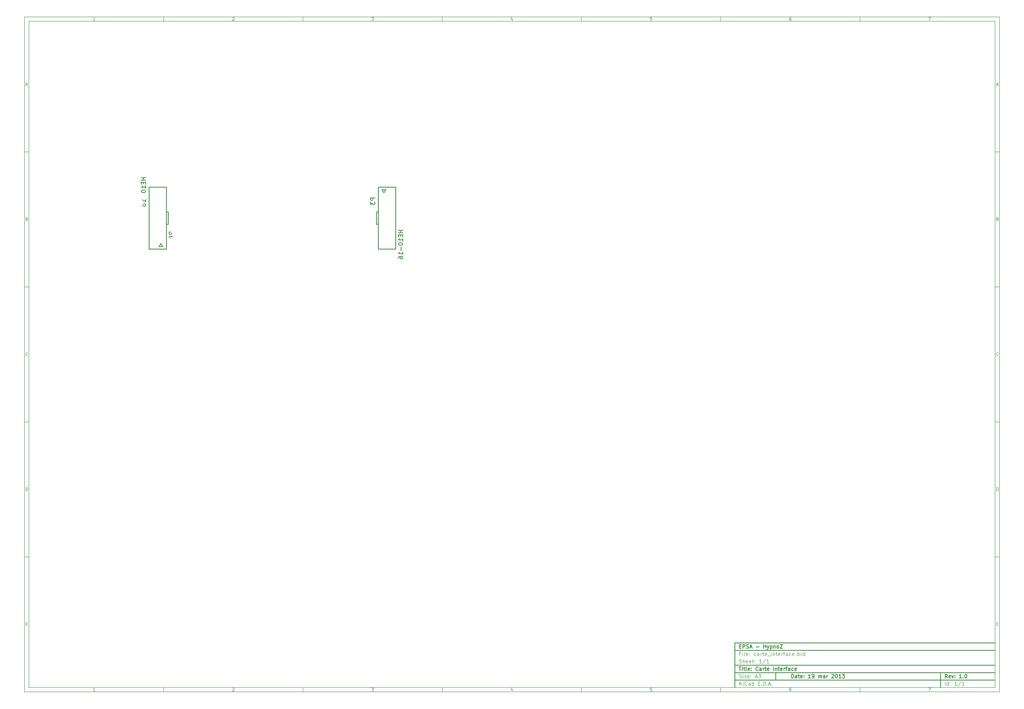
<source format=gbo>
G04 (created by PCBNEW-RS274X (2012-01-19 BZR 3256)-stable) date 19/03/2013 15:18:26*
G01*
G70*
G90*
%MOIN*%
G04 Gerber Fmt 3.4, Leading zero omitted, Abs format*
%FSLAX34Y34*%
G04 APERTURE LIST*
%ADD10C,0.006000*%
%ADD11C,0.012000*%
%ADD12C,0.014000*%
%ADD13C,0.090000*%
%ADD14R,0.090000X0.090000*%
%ADD15R,0.082000X0.110000*%
%ADD16O,0.082000X0.110000*%
%ADD17R,0.110000X0.082000*%
%ADD18O,0.110000X0.082000*%
%ADD19C,0.235000*%
%ADD20R,0.105000X0.105000*%
%ADD21C,0.105000*%
%ADD22R,0.095000X0.095000*%
%ADD23C,0.095000*%
%ADD24R,0.075000X0.075000*%
%ADD25C,0.075000*%
%ADD26C,0.100000*%
%ADD27C,0.270000*%
G04 APERTURE END LIST*
G54D10*
X04000Y-04000D02*
X161350Y-04000D01*
X161350Y-113000D01*
X04000Y-113000D01*
X04000Y-04000D01*
X04700Y-04700D02*
X160650Y-04700D01*
X160650Y-112300D01*
X04700Y-112300D01*
X04700Y-04700D01*
X26470Y-04000D02*
X26470Y-04700D01*
X15383Y-04552D02*
X15097Y-04552D01*
X15240Y-04552D02*
X15240Y-04052D01*
X15192Y-04124D01*
X15145Y-04171D01*
X15097Y-04195D01*
X26470Y-113000D02*
X26470Y-112300D01*
X15383Y-112852D02*
X15097Y-112852D01*
X15240Y-112852D02*
X15240Y-112352D01*
X15192Y-112424D01*
X15145Y-112471D01*
X15097Y-112495D01*
X48940Y-04000D02*
X48940Y-04700D01*
X37567Y-04100D02*
X37591Y-04076D01*
X37639Y-04052D01*
X37758Y-04052D01*
X37805Y-04076D01*
X37829Y-04100D01*
X37853Y-04148D01*
X37853Y-04195D01*
X37829Y-04267D01*
X37543Y-04552D01*
X37853Y-04552D01*
X48940Y-113000D02*
X48940Y-112300D01*
X37567Y-112400D02*
X37591Y-112376D01*
X37639Y-112352D01*
X37758Y-112352D01*
X37805Y-112376D01*
X37829Y-112400D01*
X37853Y-112448D01*
X37853Y-112495D01*
X37829Y-112567D01*
X37543Y-112852D01*
X37853Y-112852D01*
X71410Y-04000D02*
X71410Y-04700D01*
X60013Y-04052D02*
X60323Y-04052D01*
X60156Y-04243D01*
X60228Y-04243D01*
X60275Y-04267D01*
X60299Y-04290D01*
X60323Y-04338D01*
X60323Y-04457D01*
X60299Y-04505D01*
X60275Y-04529D01*
X60228Y-04552D01*
X60085Y-04552D01*
X60037Y-04529D01*
X60013Y-04505D01*
X71410Y-113000D02*
X71410Y-112300D01*
X60013Y-112352D02*
X60323Y-112352D01*
X60156Y-112543D01*
X60228Y-112543D01*
X60275Y-112567D01*
X60299Y-112590D01*
X60323Y-112638D01*
X60323Y-112757D01*
X60299Y-112805D01*
X60275Y-112829D01*
X60228Y-112852D01*
X60085Y-112852D01*
X60037Y-112829D01*
X60013Y-112805D01*
X93880Y-04000D02*
X93880Y-04700D01*
X82745Y-04219D02*
X82745Y-04552D01*
X82626Y-04029D02*
X82507Y-04386D01*
X82817Y-04386D01*
X93880Y-113000D02*
X93880Y-112300D01*
X82745Y-112519D02*
X82745Y-112852D01*
X82626Y-112329D02*
X82507Y-112686D01*
X82817Y-112686D01*
X116350Y-04000D02*
X116350Y-04700D01*
X105239Y-04052D02*
X105001Y-04052D01*
X104977Y-04290D01*
X105001Y-04267D01*
X105049Y-04243D01*
X105168Y-04243D01*
X105215Y-04267D01*
X105239Y-04290D01*
X105263Y-04338D01*
X105263Y-04457D01*
X105239Y-04505D01*
X105215Y-04529D01*
X105168Y-04552D01*
X105049Y-04552D01*
X105001Y-04529D01*
X104977Y-04505D01*
X116350Y-113000D02*
X116350Y-112300D01*
X105239Y-112352D02*
X105001Y-112352D01*
X104977Y-112590D01*
X105001Y-112567D01*
X105049Y-112543D01*
X105168Y-112543D01*
X105215Y-112567D01*
X105239Y-112590D01*
X105263Y-112638D01*
X105263Y-112757D01*
X105239Y-112805D01*
X105215Y-112829D01*
X105168Y-112852D01*
X105049Y-112852D01*
X105001Y-112829D01*
X104977Y-112805D01*
X138820Y-04000D02*
X138820Y-04700D01*
X127685Y-04052D02*
X127590Y-04052D01*
X127542Y-04076D01*
X127519Y-04100D01*
X127471Y-04171D01*
X127447Y-04267D01*
X127447Y-04457D01*
X127471Y-04505D01*
X127495Y-04529D01*
X127542Y-04552D01*
X127638Y-04552D01*
X127685Y-04529D01*
X127709Y-04505D01*
X127733Y-04457D01*
X127733Y-04338D01*
X127709Y-04290D01*
X127685Y-04267D01*
X127638Y-04243D01*
X127542Y-04243D01*
X127495Y-04267D01*
X127471Y-04290D01*
X127447Y-04338D01*
X138820Y-113000D02*
X138820Y-112300D01*
X127685Y-112352D02*
X127590Y-112352D01*
X127542Y-112376D01*
X127519Y-112400D01*
X127471Y-112471D01*
X127447Y-112567D01*
X127447Y-112757D01*
X127471Y-112805D01*
X127495Y-112829D01*
X127542Y-112852D01*
X127638Y-112852D01*
X127685Y-112829D01*
X127709Y-112805D01*
X127733Y-112757D01*
X127733Y-112638D01*
X127709Y-112590D01*
X127685Y-112567D01*
X127638Y-112543D01*
X127542Y-112543D01*
X127495Y-112567D01*
X127471Y-112590D01*
X127447Y-112638D01*
X149893Y-04052D02*
X150227Y-04052D01*
X150012Y-04552D01*
X149893Y-112352D02*
X150227Y-112352D01*
X150012Y-112852D01*
X04000Y-25800D02*
X04700Y-25800D01*
X04231Y-14960D02*
X04469Y-14960D01*
X04184Y-15102D02*
X04350Y-14602D01*
X04517Y-15102D01*
X161350Y-25800D02*
X160650Y-25800D01*
X160881Y-14960D02*
X161119Y-14960D01*
X160834Y-15102D02*
X161000Y-14602D01*
X161167Y-15102D01*
X04000Y-47600D02*
X04700Y-47600D01*
X04386Y-36640D02*
X04457Y-36664D01*
X04481Y-36688D01*
X04505Y-36736D01*
X04505Y-36807D01*
X04481Y-36855D01*
X04457Y-36879D01*
X04410Y-36902D01*
X04219Y-36902D01*
X04219Y-36402D01*
X04386Y-36402D01*
X04433Y-36426D01*
X04457Y-36450D01*
X04481Y-36498D01*
X04481Y-36545D01*
X04457Y-36593D01*
X04433Y-36617D01*
X04386Y-36640D01*
X04219Y-36640D01*
X161350Y-47600D02*
X160650Y-47600D01*
X161036Y-36640D02*
X161107Y-36664D01*
X161131Y-36688D01*
X161155Y-36736D01*
X161155Y-36807D01*
X161131Y-36855D01*
X161107Y-36879D01*
X161060Y-36902D01*
X160869Y-36902D01*
X160869Y-36402D01*
X161036Y-36402D01*
X161083Y-36426D01*
X161107Y-36450D01*
X161131Y-36498D01*
X161131Y-36545D01*
X161107Y-36593D01*
X161083Y-36617D01*
X161036Y-36640D01*
X160869Y-36640D01*
X04000Y-69400D02*
X04700Y-69400D01*
X04505Y-58655D02*
X04481Y-58679D01*
X04410Y-58702D01*
X04362Y-58702D01*
X04290Y-58679D01*
X04243Y-58631D01*
X04219Y-58583D01*
X04195Y-58488D01*
X04195Y-58417D01*
X04219Y-58321D01*
X04243Y-58274D01*
X04290Y-58226D01*
X04362Y-58202D01*
X04410Y-58202D01*
X04481Y-58226D01*
X04505Y-58250D01*
X161350Y-69400D02*
X160650Y-69400D01*
X161155Y-58655D02*
X161131Y-58679D01*
X161060Y-58702D01*
X161012Y-58702D01*
X160940Y-58679D01*
X160893Y-58631D01*
X160869Y-58583D01*
X160845Y-58488D01*
X160845Y-58417D01*
X160869Y-58321D01*
X160893Y-58274D01*
X160940Y-58226D01*
X161012Y-58202D01*
X161060Y-58202D01*
X161131Y-58226D01*
X161155Y-58250D01*
X04000Y-91200D02*
X04700Y-91200D01*
X04219Y-80502D02*
X04219Y-80002D01*
X04338Y-80002D01*
X04410Y-80026D01*
X04457Y-80074D01*
X04481Y-80121D01*
X04505Y-80217D01*
X04505Y-80288D01*
X04481Y-80383D01*
X04457Y-80431D01*
X04410Y-80479D01*
X04338Y-80502D01*
X04219Y-80502D01*
X161350Y-91200D02*
X160650Y-91200D01*
X160869Y-80502D02*
X160869Y-80002D01*
X160988Y-80002D01*
X161060Y-80026D01*
X161107Y-80074D01*
X161131Y-80121D01*
X161155Y-80217D01*
X161155Y-80288D01*
X161131Y-80383D01*
X161107Y-80431D01*
X161060Y-80479D01*
X160988Y-80502D01*
X160869Y-80502D01*
X04243Y-102040D02*
X04410Y-102040D01*
X04481Y-102302D02*
X04243Y-102302D01*
X04243Y-101802D01*
X04481Y-101802D01*
X160893Y-102040D02*
X161060Y-102040D01*
X161131Y-102302D02*
X160893Y-102302D01*
X160893Y-101802D01*
X161131Y-101802D01*
G54D11*
X127793Y-110743D02*
X127793Y-110143D01*
X127936Y-110143D01*
X128021Y-110171D01*
X128079Y-110229D01*
X128107Y-110286D01*
X128136Y-110400D01*
X128136Y-110486D01*
X128107Y-110600D01*
X128079Y-110657D01*
X128021Y-110714D01*
X127936Y-110743D01*
X127793Y-110743D01*
X128650Y-110743D02*
X128650Y-110429D01*
X128621Y-110371D01*
X128564Y-110343D01*
X128450Y-110343D01*
X128393Y-110371D01*
X128650Y-110714D02*
X128593Y-110743D01*
X128450Y-110743D01*
X128393Y-110714D01*
X128364Y-110657D01*
X128364Y-110600D01*
X128393Y-110543D01*
X128450Y-110514D01*
X128593Y-110514D01*
X128650Y-110486D01*
X128850Y-110343D02*
X129079Y-110343D01*
X128936Y-110143D02*
X128936Y-110657D01*
X128964Y-110714D01*
X129022Y-110743D01*
X129079Y-110743D01*
X129507Y-110714D02*
X129450Y-110743D01*
X129336Y-110743D01*
X129279Y-110714D01*
X129250Y-110657D01*
X129250Y-110429D01*
X129279Y-110371D01*
X129336Y-110343D01*
X129450Y-110343D01*
X129507Y-110371D01*
X129536Y-110429D01*
X129536Y-110486D01*
X129250Y-110543D01*
X129793Y-110686D02*
X129821Y-110714D01*
X129793Y-110743D01*
X129764Y-110714D01*
X129793Y-110686D01*
X129793Y-110743D01*
X129793Y-110371D02*
X129821Y-110400D01*
X129793Y-110429D01*
X129764Y-110400D01*
X129793Y-110371D01*
X129793Y-110429D01*
X130850Y-110743D02*
X130507Y-110743D01*
X130679Y-110743D02*
X130679Y-110143D01*
X130622Y-110229D01*
X130564Y-110286D01*
X130507Y-110314D01*
X131135Y-110743D02*
X131250Y-110743D01*
X131307Y-110714D01*
X131335Y-110686D01*
X131393Y-110600D01*
X131421Y-110486D01*
X131421Y-110257D01*
X131393Y-110200D01*
X131364Y-110171D01*
X131307Y-110143D01*
X131193Y-110143D01*
X131135Y-110171D01*
X131107Y-110200D01*
X131078Y-110257D01*
X131078Y-110400D01*
X131107Y-110457D01*
X131135Y-110486D01*
X131193Y-110514D01*
X131307Y-110514D01*
X131364Y-110486D01*
X131393Y-110457D01*
X131421Y-110400D01*
X132135Y-110743D02*
X132135Y-110343D01*
X132135Y-110400D02*
X132163Y-110371D01*
X132221Y-110343D01*
X132306Y-110343D01*
X132363Y-110371D01*
X132392Y-110429D01*
X132392Y-110743D01*
X132392Y-110429D02*
X132421Y-110371D01*
X132478Y-110343D01*
X132563Y-110343D01*
X132621Y-110371D01*
X132649Y-110429D01*
X132649Y-110743D01*
X133192Y-110743D02*
X133192Y-110429D01*
X133163Y-110371D01*
X133106Y-110343D01*
X132992Y-110343D01*
X132935Y-110371D01*
X133192Y-110714D02*
X133135Y-110743D01*
X132992Y-110743D01*
X132935Y-110714D01*
X132906Y-110657D01*
X132906Y-110600D01*
X132935Y-110543D01*
X132992Y-110514D01*
X133135Y-110514D01*
X133192Y-110486D01*
X133478Y-110743D02*
X133478Y-110343D01*
X133478Y-110457D02*
X133506Y-110400D01*
X133535Y-110371D01*
X133592Y-110343D01*
X133649Y-110343D01*
X134277Y-110200D02*
X134306Y-110171D01*
X134363Y-110143D01*
X134506Y-110143D01*
X134563Y-110171D01*
X134592Y-110200D01*
X134620Y-110257D01*
X134620Y-110314D01*
X134592Y-110400D01*
X134249Y-110743D01*
X134620Y-110743D01*
X134991Y-110143D02*
X135048Y-110143D01*
X135105Y-110171D01*
X135134Y-110200D01*
X135163Y-110257D01*
X135191Y-110371D01*
X135191Y-110514D01*
X135163Y-110629D01*
X135134Y-110686D01*
X135105Y-110714D01*
X135048Y-110743D01*
X134991Y-110743D01*
X134934Y-110714D01*
X134905Y-110686D01*
X134877Y-110629D01*
X134848Y-110514D01*
X134848Y-110371D01*
X134877Y-110257D01*
X134905Y-110200D01*
X134934Y-110171D01*
X134991Y-110143D01*
X135762Y-110743D02*
X135419Y-110743D01*
X135591Y-110743D02*
X135591Y-110143D01*
X135534Y-110229D01*
X135476Y-110286D01*
X135419Y-110314D01*
X135962Y-110143D02*
X136333Y-110143D01*
X136133Y-110371D01*
X136219Y-110371D01*
X136276Y-110400D01*
X136305Y-110429D01*
X136333Y-110486D01*
X136333Y-110629D01*
X136305Y-110686D01*
X136276Y-110714D01*
X136219Y-110743D01*
X136047Y-110743D01*
X135990Y-110714D01*
X135962Y-110686D01*
G54D10*
X119393Y-111943D02*
X119393Y-111343D01*
X119736Y-111943D02*
X119479Y-111600D01*
X119736Y-111343D02*
X119393Y-111686D01*
X119993Y-111943D02*
X119993Y-111543D01*
X119993Y-111343D02*
X119964Y-111371D01*
X119993Y-111400D01*
X120021Y-111371D01*
X119993Y-111343D01*
X119993Y-111400D01*
X120622Y-111886D02*
X120593Y-111914D01*
X120507Y-111943D01*
X120450Y-111943D01*
X120365Y-111914D01*
X120307Y-111857D01*
X120279Y-111800D01*
X120250Y-111686D01*
X120250Y-111600D01*
X120279Y-111486D01*
X120307Y-111429D01*
X120365Y-111371D01*
X120450Y-111343D01*
X120507Y-111343D01*
X120593Y-111371D01*
X120622Y-111400D01*
X121136Y-111943D02*
X121136Y-111629D01*
X121107Y-111571D01*
X121050Y-111543D01*
X120936Y-111543D01*
X120879Y-111571D01*
X121136Y-111914D02*
X121079Y-111943D01*
X120936Y-111943D01*
X120879Y-111914D01*
X120850Y-111857D01*
X120850Y-111800D01*
X120879Y-111743D01*
X120936Y-111714D01*
X121079Y-111714D01*
X121136Y-111686D01*
X121679Y-111943D02*
X121679Y-111343D01*
X121679Y-111914D02*
X121622Y-111943D01*
X121508Y-111943D01*
X121450Y-111914D01*
X121422Y-111886D01*
X121393Y-111829D01*
X121393Y-111657D01*
X121422Y-111600D01*
X121450Y-111571D01*
X121508Y-111543D01*
X121622Y-111543D01*
X121679Y-111571D01*
X122422Y-111629D02*
X122622Y-111629D01*
X122708Y-111943D02*
X122422Y-111943D01*
X122422Y-111343D01*
X122708Y-111343D01*
X122965Y-111886D02*
X122993Y-111914D01*
X122965Y-111943D01*
X122936Y-111914D01*
X122965Y-111886D01*
X122965Y-111943D01*
X123251Y-111943D02*
X123251Y-111343D01*
X123394Y-111343D01*
X123479Y-111371D01*
X123537Y-111429D01*
X123565Y-111486D01*
X123594Y-111600D01*
X123594Y-111686D01*
X123565Y-111800D01*
X123537Y-111857D01*
X123479Y-111914D01*
X123394Y-111943D01*
X123251Y-111943D01*
X123851Y-111886D02*
X123879Y-111914D01*
X123851Y-111943D01*
X123822Y-111914D01*
X123851Y-111886D01*
X123851Y-111943D01*
X124108Y-111771D02*
X124394Y-111771D01*
X124051Y-111943D02*
X124251Y-111343D01*
X124451Y-111943D01*
X124651Y-111886D02*
X124679Y-111914D01*
X124651Y-111943D01*
X124622Y-111914D01*
X124651Y-111886D01*
X124651Y-111943D01*
G54D11*
X152936Y-110743D02*
X152736Y-110457D01*
X152593Y-110743D02*
X152593Y-110143D01*
X152821Y-110143D01*
X152879Y-110171D01*
X152907Y-110200D01*
X152936Y-110257D01*
X152936Y-110343D01*
X152907Y-110400D01*
X152879Y-110429D01*
X152821Y-110457D01*
X152593Y-110457D01*
X153421Y-110714D02*
X153364Y-110743D01*
X153250Y-110743D01*
X153193Y-110714D01*
X153164Y-110657D01*
X153164Y-110429D01*
X153193Y-110371D01*
X153250Y-110343D01*
X153364Y-110343D01*
X153421Y-110371D01*
X153450Y-110429D01*
X153450Y-110486D01*
X153164Y-110543D01*
X153650Y-110343D02*
X153793Y-110743D01*
X153935Y-110343D01*
X154164Y-110686D02*
X154192Y-110714D01*
X154164Y-110743D01*
X154135Y-110714D01*
X154164Y-110686D01*
X154164Y-110743D01*
X154164Y-110371D02*
X154192Y-110400D01*
X154164Y-110429D01*
X154135Y-110400D01*
X154164Y-110371D01*
X154164Y-110429D01*
X155221Y-110743D02*
X154878Y-110743D01*
X155050Y-110743D02*
X155050Y-110143D01*
X154993Y-110229D01*
X154935Y-110286D01*
X154878Y-110314D01*
X155478Y-110686D02*
X155506Y-110714D01*
X155478Y-110743D01*
X155449Y-110714D01*
X155478Y-110686D01*
X155478Y-110743D01*
X155878Y-110143D02*
X155935Y-110143D01*
X155992Y-110171D01*
X156021Y-110200D01*
X156050Y-110257D01*
X156078Y-110371D01*
X156078Y-110514D01*
X156050Y-110629D01*
X156021Y-110686D01*
X155992Y-110714D01*
X155935Y-110743D01*
X155878Y-110743D01*
X155821Y-110714D01*
X155792Y-110686D01*
X155764Y-110629D01*
X155735Y-110514D01*
X155735Y-110371D01*
X155764Y-110257D01*
X155792Y-110200D01*
X155821Y-110171D01*
X155878Y-110143D01*
G54D10*
X119364Y-110714D02*
X119450Y-110743D01*
X119593Y-110743D01*
X119650Y-110714D01*
X119679Y-110686D01*
X119707Y-110629D01*
X119707Y-110571D01*
X119679Y-110514D01*
X119650Y-110486D01*
X119593Y-110457D01*
X119479Y-110429D01*
X119421Y-110400D01*
X119393Y-110371D01*
X119364Y-110314D01*
X119364Y-110257D01*
X119393Y-110200D01*
X119421Y-110171D01*
X119479Y-110143D01*
X119621Y-110143D01*
X119707Y-110171D01*
X119964Y-110743D02*
X119964Y-110343D01*
X119964Y-110143D02*
X119935Y-110171D01*
X119964Y-110200D01*
X119992Y-110171D01*
X119964Y-110143D01*
X119964Y-110200D01*
X120193Y-110343D02*
X120507Y-110343D01*
X120193Y-110743D01*
X120507Y-110743D01*
X120964Y-110714D02*
X120907Y-110743D01*
X120793Y-110743D01*
X120736Y-110714D01*
X120707Y-110657D01*
X120707Y-110429D01*
X120736Y-110371D01*
X120793Y-110343D01*
X120907Y-110343D01*
X120964Y-110371D01*
X120993Y-110429D01*
X120993Y-110486D01*
X120707Y-110543D01*
X121250Y-110686D02*
X121278Y-110714D01*
X121250Y-110743D01*
X121221Y-110714D01*
X121250Y-110686D01*
X121250Y-110743D01*
X121250Y-110371D02*
X121278Y-110400D01*
X121250Y-110429D01*
X121221Y-110400D01*
X121250Y-110371D01*
X121250Y-110429D01*
X121964Y-110571D02*
X122250Y-110571D01*
X121907Y-110743D02*
X122107Y-110143D01*
X122307Y-110743D01*
X122450Y-110143D02*
X122821Y-110143D01*
X122621Y-110371D01*
X122707Y-110371D01*
X122764Y-110400D01*
X122793Y-110429D01*
X122821Y-110486D01*
X122821Y-110629D01*
X122793Y-110686D01*
X122764Y-110714D01*
X122707Y-110743D01*
X122535Y-110743D01*
X122478Y-110714D01*
X122450Y-110686D01*
X152593Y-111943D02*
X152593Y-111343D01*
X153136Y-111943D02*
X153136Y-111343D01*
X153136Y-111914D02*
X153079Y-111943D01*
X152965Y-111943D01*
X152907Y-111914D01*
X152879Y-111886D01*
X152850Y-111829D01*
X152850Y-111657D01*
X152879Y-111600D01*
X152907Y-111571D01*
X152965Y-111543D01*
X153079Y-111543D01*
X153136Y-111571D01*
X153422Y-111886D02*
X153450Y-111914D01*
X153422Y-111943D01*
X153393Y-111914D01*
X153422Y-111886D01*
X153422Y-111943D01*
X153422Y-111571D02*
X153450Y-111600D01*
X153422Y-111629D01*
X153393Y-111600D01*
X153422Y-111571D01*
X153422Y-111629D01*
X154479Y-111943D02*
X154136Y-111943D01*
X154308Y-111943D02*
X154308Y-111343D01*
X154251Y-111429D01*
X154193Y-111486D01*
X154136Y-111514D01*
X155164Y-111314D02*
X154650Y-112086D01*
X155679Y-111943D02*
X155336Y-111943D01*
X155508Y-111943D02*
X155508Y-111343D01*
X155451Y-111429D01*
X155393Y-111486D01*
X155336Y-111514D01*
G54D11*
X119307Y-108943D02*
X119650Y-108943D01*
X119479Y-109543D02*
X119479Y-108943D01*
X119850Y-109543D02*
X119850Y-109143D01*
X119850Y-108943D02*
X119821Y-108971D01*
X119850Y-109000D01*
X119878Y-108971D01*
X119850Y-108943D01*
X119850Y-109000D01*
X120050Y-109143D02*
X120279Y-109143D01*
X120136Y-108943D02*
X120136Y-109457D01*
X120164Y-109514D01*
X120222Y-109543D01*
X120279Y-109543D01*
X120565Y-109543D02*
X120507Y-109514D01*
X120479Y-109457D01*
X120479Y-108943D01*
X121021Y-109514D02*
X120964Y-109543D01*
X120850Y-109543D01*
X120793Y-109514D01*
X120764Y-109457D01*
X120764Y-109229D01*
X120793Y-109171D01*
X120850Y-109143D01*
X120964Y-109143D01*
X121021Y-109171D01*
X121050Y-109229D01*
X121050Y-109286D01*
X120764Y-109343D01*
X121307Y-109486D02*
X121335Y-109514D01*
X121307Y-109543D01*
X121278Y-109514D01*
X121307Y-109486D01*
X121307Y-109543D01*
X121307Y-109171D02*
X121335Y-109200D01*
X121307Y-109229D01*
X121278Y-109200D01*
X121307Y-109171D01*
X121307Y-109229D01*
X122393Y-109486D02*
X122364Y-109514D01*
X122278Y-109543D01*
X122221Y-109543D01*
X122136Y-109514D01*
X122078Y-109457D01*
X122050Y-109400D01*
X122021Y-109286D01*
X122021Y-109200D01*
X122050Y-109086D01*
X122078Y-109029D01*
X122136Y-108971D01*
X122221Y-108943D01*
X122278Y-108943D01*
X122364Y-108971D01*
X122393Y-109000D01*
X122907Y-109543D02*
X122907Y-109229D01*
X122878Y-109171D01*
X122821Y-109143D01*
X122707Y-109143D01*
X122650Y-109171D01*
X122907Y-109514D02*
X122850Y-109543D01*
X122707Y-109543D01*
X122650Y-109514D01*
X122621Y-109457D01*
X122621Y-109400D01*
X122650Y-109343D01*
X122707Y-109314D01*
X122850Y-109314D01*
X122907Y-109286D01*
X123193Y-109543D02*
X123193Y-109143D01*
X123193Y-109257D02*
X123221Y-109200D01*
X123250Y-109171D01*
X123307Y-109143D01*
X123364Y-109143D01*
X123478Y-109143D02*
X123707Y-109143D01*
X123564Y-108943D02*
X123564Y-109457D01*
X123592Y-109514D01*
X123650Y-109543D01*
X123707Y-109543D01*
X124135Y-109514D02*
X124078Y-109543D01*
X123964Y-109543D01*
X123907Y-109514D01*
X123878Y-109457D01*
X123878Y-109229D01*
X123907Y-109171D01*
X123964Y-109143D01*
X124078Y-109143D01*
X124135Y-109171D01*
X124164Y-109229D01*
X124164Y-109286D01*
X123878Y-109343D01*
X124878Y-109543D02*
X124878Y-109143D01*
X124878Y-108943D02*
X124849Y-108971D01*
X124878Y-109000D01*
X124906Y-108971D01*
X124878Y-108943D01*
X124878Y-109000D01*
X125164Y-109143D02*
X125164Y-109543D01*
X125164Y-109200D02*
X125192Y-109171D01*
X125250Y-109143D01*
X125335Y-109143D01*
X125392Y-109171D01*
X125421Y-109229D01*
X125421Y-109543D01*
X125621Y-109143D02*
X125850Y-109143D01*
X125707Y-108943D02*
X125707Y-109457D01*
X125735Y-109514D01*
X125793Y-109543D01*
X125850Y-109543D01*
X126278Y-109514D02*
X126221Y-109543D01*
X126107Y-109543D01*
X126050Y-109514D01*
X126021Y-109457D01*
X126021Y-109229D01*
X126050Y-109171D01*
X126107Y-109143D01*
X126221Y-109143D01*
X126278Y-109171D01*
X126307Y-109229D01*
X126307Y-109286D01*
X126021Y-109343D01*
X126564Y-109543D02*
X126564Y-109143D01*
X126564Y-109257D02*
X126592Y-109200D01*
X126621Y-109171D01*
X126678Y-109143D01*
X126735Y-109143D01*
X126849Y-109143D02*
X127078Y-109143D01*
X126935Y-109543D02*
X126935Y-109029D01*
X126963Y-108971D01*
X127021Y-108943D01*
X127078Y-108943D01*
X127535Y-109543D02*
X127535Y-109229D01*
X127506Y-109171D01*
X127449Y-109143D01*
X127335Y-109143D01*
X127278Y-109171D01*
X127535Y-109514D02*
X127478Y-109543D01*
X127335Y-109543D01*
X127278Y-109514D01*
X127249Y-109457D01*
X127249Y-109400D01*
X127278Y-109343D01*
X127335Y-109314D01*
X127478Y-109314D01*
X127535Y-109286D01*
X128078Y-109514D02*
X128021Y-109543D01*
X127907Y-109543D01*
X127849Y-109514D01*
X127821Y-109486D01*
X127792Y-109429D01*
X127792Y-109257D01*
X127821Y-109200D01*
X127849Y-109171D01*
X127907Y-109143D01*
X128021Y-109143D01*
X128078Y-109171D01*
X128563Y-109514D02*
X128506Y-109543D01*
X128392Y-109543D01*
X128335Y-109514D01*
X128306Y-109457D01*
X128306Y-109229D01*
X128335Y-109171D01*
X128392Y-109143D01*
X128506Y-109143D01*
X128563Y-109171D01*
X128592Y-109229D01*
X128592Y-109286D01*
X128306Y-109343D01*
G54D10*
X119593Y-106829D02*
X119393Y-106829D01*
X119393Y-107143D02*
X119393Y-106543D01*
X119679Y-106543D01*
X119907Y-107143D02*
X119907Y-106743D01*
X119907Y-106543D02*
X119878Y-106571D01*
X119907Y-106600D01*
X119935Y-106571D01*
X119907Y-106543D01*
X119907Y-106600D01*
X120279Y-107143D02*
X120221Y-107114D01*
X120193Y-107057D01*
X120193Y-106543D01*
X120735Y-107114D02*
X120678Y-107143D01*
X120564Y-107143D01*
X120507Y-107114D01*
X120478Y-107057D01*
X120478Y-106829D01*
X120507Y-106771D01*
X120564Y-106743D01*
X120678Y-106743D01*
X120735Y-106771D01*
X120764Y-106829D01*
X120764Y-106886D01*
X120478Y-106943D01*
X121021Y-107086D02*
X121049Y-107114D01*
X121021Y-107143D01*
X120992Y-107114D01*
X121021Y-107086D01*
X121021Y-107143D01*
X121021Y-106771D02*
X121049Y-106800D01*
X121021Y-106829D01*
X120992Y-106800D01*
X121021Y-106771D01*
X121021Y-106829D01*
X122021Y-107114D02*
X121964Y-107143D01*
X121850Y-107143D01*
X121792Y-107114D01*
X121764Y-107086D01*
X121735Y-107029D01*
X121735Y-106857D01*
X121764Y-106800D01*
X121792Y-106771D01*
X121850Y-106743D01*
X121964Y-106743D01*
X122021Y-106771D01*
X122535Y-107143D02*
X122535Y-106829D01*
X122506Y-106771D01*
X122449Y-106743D01*
X122335Y-106743D01*
X122278Y-106771D01*
X122535Y-107114D02*
X122478Y-107143D01*
X122335Y-107143D01*
X122278Y-107114D01*
X122249Y-107057D01*
X122249Y-107000D01*
X122278Y-106943D01*
X122335Y-106914D01*
X122478Y-106914D01*
X122535Y-106886D01*
X122821Y-107143D02*
X122821Y-106743D01*
X122821Y-106857D02*
X122849Y-106800D01*
X122878Y-106771D01*
X122935Y-106743D01*
X122992Y-106743D01*
X123106Y-106743D02*
X123335Y-106743D01*
X123192Y-106543D02*
X123192Y-107057D01*
X123220Y-107114D01*
X123278Y-107143D01*
X123335Y-107143D01*
X123763Y-107114D02*
X123706Y-107143D01*
X123592Y-107143D01*
X123535Y-107114D01*
X123506Y-107057D01*
X123506Y-106829D01*
X123535Y-106771D01*
X123592Y-106743D01*
X123706Y-106743D01*
X123763Y-106771D01*
X123792Y-106829D01*
X123792Y-106886D01*
X123506Y-106943D01*
X123906Y-107200D02*
X124363Y-107200D01*
X124506Y-107143D02*
X124506Y-106743D01*
X124506Y-106543D02*
X124477Y-106571D01*
X124506Y-106600D01*
X124534Y-106571D01*
X124506Y-106543D01*
X124506Y-106600D01*
X124792Y-106743D02*
X124792Y-107143D01*
X124792Y-106800D02*
X124820Y-106771D01*
X124878Y-106743D01*
X124963Y-106743D01*
X125020Y-106771D01*
X125049Y-106829D01*
X125049Y-107143D01*
X125249Y-106743D02*
X125478Y-106743D01*
X125335Y-106543D02*
X125335Y-107057D01*
X125363Y-107114D01*
X125421Y-107143D01*
X125478Y-107143D01*
X125906Y-107114D02*
X125849Y-107143D01*
X125735Y-107143D01*
X125678Y-107114D01*
X125649Y-107057D01*
X125649Y-106829D01*
X125678Y-106771D01*
X125735Y-106743D01*
X125849Y-106743D01*
X125906Y-106771D01*
X125935Y-106829D01*
X125935Y-106886D01*
X125649Y-106943D01*
X126192Y-107143D02*
X126192Y-106743D01*
X126192Y-106857D02*
X126220Y-106800D01*
X126249Y-106771D01*
X126306Y-106743D01*
X126363Y-106743D01*
X126477Y-106743D02*
X126706Y-106743D01*
X126563Y-107143D02*
X126563Y-106629D01*
X126591Y-106571D01*
X126649Y-106543D01*
X126706Y-106543D01*
X127163Y-107143D02*
X127163Y-106829D01*
X127134Y-106771D01*
X127077Y-106743D01*
X126963Y-106743D01*
X126906Y-106771D01*
X127163Y-107114D02*
X127106Y-107143D01*
X126963Y-107143D01*
X126906Y-107114D01*
X126877Y-107057D01*
X126877Y-107000D01*
X126906Y-106943D01*
X126963Y-106914D01*
X127106Y-106914D01*
X127163Y-106886D01*
X127706Y-107114D02*
X127649Y-107143D01*
X127535Y-107143D01*
X127477Y-107114D01*
X127449Y-107086D01*
X127420Y-107029D01*
X127420Y-106857D01*
X127449Y-106800D01*
X127477Y-106771D01*
X127535Y-106743D01*
X127649Y-106743D01*
X127706Y-106771D01*
X128191Y-107114D02*
X128134Y-107143D01*
X128020Y-107143D01*
X127963Y-107114D01*
X127934Y-107057D01*
X127934Y-106829D01*
X127963Y-106771D01*
X128020Y-106743D01*
X128134Y-106743D01*
X128191Y-106771D01*
X128220Y-106829D01*
X128220Y-106886D01*
X127934Y-106943D01*
X128477Y-107086D02*
X128505Y-107114D01*
X128477Y-107143D01*
X128448Y-107114D01*
X128477Y-107086D01*
X128477Y-107143D01*
X128763Y-107143D02*
X128763Y-106543D01*
X128763Y-106771D02*
X128820Y-106743D01*
X128934Y-106743D01*
X128991Y-106771D01*
X129020Y-106800D01*
X129049Y-106857D01*
X129049Y-107029D01*
X129020Y-107086D01*
X128991Y-107114D01*
X128934Y-107143D01*
X128820Y-107143D01*
X128763Y-107114D01*
X129306Y-107143D02*
X129306Y-106743D01*
X129306Y-106857D02*
X129334Y-106800D01*
X129363Y-106771D01*
X129420Y-106743D01*
X129477Y-106743D01*
X129934Y-107143D02*
X129934Y-106543D01*
X129934Y-107114D02*
X129877Y-107143D01*
X129763Y-107143D01*
X129705Y-107114D01*
X129677Y-107086D01*
X129648Y-107029D01*
X129648Y-106857D01*
X129677Y-106800D01*
X129705Y-106771D01*
X129763Y-106743D01*
X129877Y-106743D01*
X129934Y-106771D01*
X119364Y-108314D02*
X119450Y-108343D01*
X119593Y-108343D01*
X119650Y-108314D01*
X119679Y-108286D01*
X119707Y-108229D01*
X119707Y-108171D01*
X119679Y-108114D01*
X119650Y-108086D01*
X119593Y-108057D01*
X119479Y-108029D01*
X119421Y-108000D01*
X119393Y-107971D01*
X119364Y-107914D01*
X119364Y-107857D01*
X119393Y-107800D01*
X119421Y-107771D01*
X119479Y-107743D01*
X119621Y-107743D01*
X119707Y-107771D01*
X119964Y-108343D02*
X119964Y-107743D01*
X120221Y-108343D02*
X120221Y-108029D01*
X120192Y-107971D01*
X120135Y-107943D01*
X120050Y-107943D01*
X119992Y-107971D01*
X119964Y-108000D01*
X120735Y-108314D02*
X120678Y-108343D01*
X120564Y-108343D01*
X120507Y-108314D01*
X120478Y-108257D01*
X120478Y-108029D01*
X120507Y-107971D01*
X120564Y-107943D01*
X120678Y-107943D01*
X120735Y-107971D01*
X120764Y-108029D01*
X120764Y-108086D01*
X120478Y-108143D01*
X121249Y-108314D02*
X121192Y-108343D01*
X121078Y-108343D01*
X121021Y-108314D01*
X120992Y-108257D01*
X120992Y-108029D01*
X121021Y-107971D01*
X121078Y-107943D01*
X121192Y-107943D01*
X121249Y-107971D01*
X121278Y-108029D01*
X121278Y-108086D01*
X120992Y-108143D01*
X121449Y-107943D02*
X121678Y-107943D01*
X121535Y-107743D02*
X121535Y-108257D01*
X121563Y-108314D01*
X121621Y-108343D01*
X121678Y-108343D01*
X121878Y-108286D02*
X121906Y-108314D01*
X121878Y-108343D01*
X121849Y-108314D01*
X121878Y-108286D01*
X121878Y-108343D01*
X121878Y-107971D02*
X121906Y-108000D01*
X121878Y-108029D01*
X121849Y-108000D01*
X121878Y-107971D01*
X121878Y-108029D01*
X122935Y-108343D02*
X122592Y-108343D01*
X122764Y-108343D02*
X122764Y-107743D01*
X122707Y-107829D01*
X122649Y-107886D01*
X122592Y-107914D01*
X123620Y-107714D02*
X123106Y-108486D01*
X124135Y-108343D02*
X123792Y-108343D01*
X123964Y-108343D02*
X123964Y-107743D01*
X123907Y-107829D01*
X123849Y-107886D01*
X123792Y-107914D01*
G54D11*
X119393Y-105629D02*
X119593Y-105629D01*
X119679Y-105943D02*
X119393Y-105943D01*
X119393Y-105343D01*
X119679Y-105343D01*
X119936Y-105943D02*
X119936Y-105343D01*
X120164Y-105343D01*
X120222Y-105371D01*
X120250Y-105400D01*
X120279Y-105457D01*
X120279Y-105543D01*
X120250Y-105600D01*
X120222Y-105629D01*
X120164Y-105657D01*
X119936Y-105657D01*
X120507Y-105914D02*
X120593Y-105943D01*
X120736Y-105943D01*
X120793Y-105914D01*
X120822Y-105886D01*
X120850Y-105829D01*
X120850Y-105771D01*
X120822Y-105714D01*
X120793Y-105686D01*
X120736Y-105657D01*
X120622Y-105629D01*
X120564Y-105600D01*
X120536Y-105571D01*
X120507Y-105514D01*
X120507Y-105457D01*
X120536Y-105400D01*
X120564Y-105371D01*
X120622Y-105343D01*
X120764Y-105343D01*
X120850Y-105371D01*
X121078Y-105771D02*
X121364Y-105771D01*
X121021Y-105943D02*
X121221Y-105343D01*
X121421Y-105943D01*
X122078Y-105714D02*
X122535Y-105714D01*
X123278Y-105943D02*
X123278Y-105343D01*
X123278Y-105629D02*
X123621Y-105629D01*
X123621Y-105943D02*
X123621Y-105343D01*
X123850Y-105543D02*
X123993Y-105943D01*
X124135Y-105543D02*
X123993Y-105943D01*
X123935Y-106086D01*
X123907Y-106114D01*
X123850Y-106143D01*
X124364Y-105543D02*
X124364Y-106143D01*
X124364Y-105571D02*
X124421Y-105543D01*
X124535Y-105543D01*
X124592Y-105571D01*
X124621Y-105600D01*
X124650Y-105657D01*
X124650Y-105829D01*
X124621Y-105886D01*
X124592Y-105914D01*
X124535Y-105943D01*
X124421Y-105943D01*
X124364Y-105914D01*
X124907Y-105543D02*
X124907Y-105943D01*
X124907Y-105600D02*
X124935Y-105571D01*
X124993Y-105543D01*
X125078Y-105543D01*
X125135Y-105571D01*
X125164Y-105629D01*
X125164Y-105943D01*
X125536Y-105943D02*
X125478Y-105914D01*
X125450Y-105886D01*
X125421Y-105829D01*
X125421Y-105657D01*
X125450Y-105600D01*
X125478Y-105571D01*
X125536Y-105543D01*
X125621Y-105543D01*
X125678Y-105571D01*
X125707Y-105600D01*
X125736Y-105657D01*
X125736Y-105829D01*
X125707Y-105886D01*
X125678Y-105914D01*
X125621Y-105943D01*
X125536Y-105943D01*
X125936Y-105343D02*
X126336Y-105343D01*
X125936Y-105943D01*
X126336Y-105943D01*
X118650Y-105100D02*
X118650Y-112300D01*
X118650Y-106300D02*
X160650Y-106300D01*
X118650Y-105100D02*
X160650Y-105100D01*
X118650Y-108700D02*
X160650Y-108700D01*
X151850Y-109900D02*
X151850Y-112300D01*
X118650Y-111100D02*
X160650Y-111100D01*
X118650Y-109900D02*
X160650Y-109900D01*
X125250Y-109900D02*
X125250Y-111100D01*
G54D12*
X61100Y-35500D02*
X60800Y-35500D01*
X60800Y-35500D02*
X60800Y-37500D01*
X60800Y-37500D02*
X61100Y-37500D01*
X61100Y-35500D02*
X61100Y-37500D01*
X61100Y-35500D02*
X61100Y-31500D01*
X61100Y-31500D02*
X63900Y-31500D01*
X63900Y-31500D02*
X63900Y-41500D01*
X63900Y-41500D02*
X61100Y-41500D01*
X61100Y-41500D02*
X61100Y-37500D01*
X62000Y-32400D02*
X62300Y-31900D01*
X62300Y-31900D02*
X61700Y-31900D01*
X61700Y-31900D02*
X62000Y-32400D01*
X26900Y-37500D02*
X27200Y-37500D01*
X27200Y-37500D02*
X27200Y-35500D01*
X27200Y-35500D02*
X26900Y-35500D01*
X26900Y-37500D02*
X26900Y-35500D01*
X26900Y-37500D02*
X26900Y-41500D01*
X26900Y-41500D02*
X24100Y-41500D01*
X24100Y-41500D02*
X24100Y-31500D01*
X24100Y-31500D02*
X26900Y-31500D01*
X26900Y-31500D02*
X26900Y-35500D01*
X26000Y-40600D02*
X25700Y-41100D01*
X25700Y-41100D02*
X26300Y-41100D01*
X26300Y-41100D02*
X26000Y-40600D01*
G54D11*
X60533Y-33234D02*
X59833Y-33234D01*
X59833Y-33500D01*
X59867Y-33567D01*
X59900Y-33600D01*
X59967Y-33634D01*
X60067Y-33634D01*
X60133Y-33600D01*
X60167Y-33567D01*
X60200Y-33500D01*
X60200Y-33234D01*
X59833Y-33867D02*
X59833Y-34300D01*
X60100Y-34067D01*
X60100Y-34167D01*
X60133Y-34234D01*
X60167Y-34267D01*
X60233Y-34300D01*
X60400Y-34300D01*
X60467Y-34267D01*
X60500Y-34234D01*
X60533Y-34167D01*
X60533Y-33967D01*
X60500Y-33900D01*
X60467Y-33867D01*
X65033Y-38467D02*
X64333Y-38467D01*
X64667Y-38467D02*
X64667Y-38867D01*
X65033Y-38867D02*
X64333Y-38867D01*
X64667Y-39200D02*
X64667Y-39433D01*
X65033Y-39533D02*
X65033Y-39200D01*
X64333Y-39200D01*
X64333Y-39533D01*
X65033Y-40199D02*
X65033Y-39799D01*
X65033Y-39999D02*
X64333Y-39999D01*
X64433Y-39933D01*
X64500Y-39866D01*
X64533Y-39799D01*
X64333Y-40633D02*
X64333Y-40700D01*
X64367Y-40766D01*
X64400Y-40800D01*
X64467Y-40833D01*
X64600Y-40866D01*
X64767Y-40866D01*
X64900Y-40833D01*
X64967Y-40800D01*
X65000Y-40766D01*
X65033Y-40700D01*
X65033Y-40633D01*
X65000Y-40566D01*
X64967Y-40533D01*
X64900Y-40500D01*
X64767Y-40466D01*
X64600Y-40466D01*
X64467Y-40500D01*
X64400Y-40533D01*
X64367Y-40566D01*
X64333Y-40633D01*
X64767Y-41167D02*
X64767Y-41700D01*
X65033Y-42400D02*
X65033Y-42000D01*
X65033Y-42200D02*
X64333Y-42200D01*
X64433Y-42134D01*
X64500Y-42067D01*
X64533Y-42000D01*
X64333Y-43001D02*
X64333Y-42867D01*
X64367Y-42801D01*
X64400Y-42767D01*
X64500Y-42701D01*
X64633Y-42667D01*
X64900Y-42667D01*
X64967Y-42701D01*
X65000Y-42734D01*
X65033Y-42801D01*
X65033Y-42934D01*
X65000Y-43001D01*
X64967Y-43034D01*
X64900Y-43067D01*
X64733Y-43067D01*
X64667Y-43034D01*
X64633Y-43001D01*
X64600Y-42934D01*
X64600Y-42801D01*
X64633Y-42734D01*
X64667Y-42701D01*
X64733Y-42667D01*
X28033Y-38734D02*
X27333Y-38734D01*
X27333Y-39000D01*
X27367Y-39067D01*
X27400Y-39100D01*
X27467Y-39134D01*
X27567Y-39134D01*
X27633Y-39100D01*
X27667Y-39067D01*
X27700Y-39000D01*
X27700Y-38734D01*
X27567Y-39734D02*
X28033Y-39734D01*
X27300Y-39567D02*
X27800Y-39400D01*
X27800Y-39834D01*
X23533Y-29967D02*
X22833Y-29967D01*
X23167Y-29967D02*
X23167Y-30367D01*
X23533Y-30367D02*
X22833Y-30367D01*
X23167Y-30700D02*
X23167Y-30933D01*
X23533Y-31033D02*
X23533Y-30700D01*
X22833Y-30700D01*
X22833Y-31033D01*
X23533Y-31699D02*
X23533Y-31299D01*
X23533Y-31499D02*
X22833Y-31499D01*
X22933Y-31433D01*
X23000Y-31366D01*
X23033Y-31299D01*
X22833Y-32133D02*
X22833Y-32200D01*
X22867Y-32266D01*
X22900Y-32300D01*
X22967Y-32333D01*
X23100Y-32366D01*
X23267Y-32366D01*
X23400Y-32333D01*
X23467Y-32300D01*
X23500Y-32266D01*
X23533Y-32200D01*
X23533Y-32133D01*
X23500Y-32066D01*
X23467Y-32033D01*
X23400Y-32000D01*
X23267Y-31966D01*
X23100Y-31966D01*
X22967Y-32000D01*
X22900Y-32033D01*
X22867Y-32066D01*
X22833Y-32133D01*
X23267Y-32667D02*
X23267Y-33200D01*
X23533Y-33900D02*
X23533Y-33500D01*
X23533Y-33700D02*
X22833Y-33700D01*
X22933Y-33634D01*
X23000Y-33567D01*
X23033Y-33500D01*
X22833Y-34501D02*
X22833Y-34367D01*
X22867Y-34301D01*
X22900Y-34267D01*
X23000Y-34201D01*
X23133Y-34167D01*
X23400Y-34167D01*
X23467Y-34201D01*
X23500Y-34234D01*
X23533Y-34301D01*
X23533Y-34434D01*
X23500Y-34501D01*
X23467Y-34534D01*
X23400Y-34567D01*
X23233Y-34567D01*
X23167Y-34534D01*
X23133Y-34501D01*
X23100Y-34434D01*
X23100Y-34301D01*
X23133Y-34234D01*
X23167Y-34201D01*
X23233Y-34167D01*
%LPC*%
G54D13*
X14250Y-36000D03*
X14250Y-35000D03*
X25500Y-14750D03*
X25500Y-15750D03*
X40250Y-36500D03*
X40250Y-35500D03*
X38500Y-40750D03*
X39500Y-40750D03*
X39750Y-14750D03*
X39750Y-15750D03*
X52000Y-40750D03*
X53000Y-40750D03*
G54D14*
X27250Y-14750D03*
G54D13*
X27250Y-15750D03*
G54D14*
X38500Y-39000D03*
G54D13*
X39500Y-39000D03*
G54D14*
X52000Y-39000D03*
G54D13*
X53000Y-39000D03*
G54D14*
X41500Y-14750D03*
G54D13*
X41500Y-15750D03*
G54D14*
X38500Y-36500D03*
G54D13*
X38500Y-35500D03*
X49000Y-18750D03*
X51000Y-18750D03*
X27750Y-18000D03*
X29750Y-18000D03*
X35000Y-18000D03*
X37000Y-18000D03*
X42000Y-18000D03*
X44000Y-18000D03*
X44750Y-32250D03*
X42750Y-32250D03*
X49250Y-48750D03*
X47250Y-48750D03*
X41250Y-31250D03*
X41250Y-33250D03*
X42750Y-46250D03*
X42750Y-48250D03*
X45750Y-39750D03*
X43750Y-39750D03*
X42250Y-42750D03*
X44250Y-42750D03*
X48750Y-45250D03*
X48750Y-43250D03*
X35250Y-45250D03*
X35250Y-43250D03*
X15500Y-20000D03*
X15500Y-18000D03*
X35750Y-48750D03*
X33750Y-48750D03*
X21000Y-18000D03*
X23000Y-18000D03*
X55750Y-42750D03*
X57750Y-42750D03*
G54D14*
X18000Y-35750D03*
G54D13*
X18000Y-33750D03*
X65000Y-19000D03*
G54D14*
X61000Y-19000D03*
G54D13*
X65000Y-20250D03*
G54D14*
X61000Y-20250D03*
G54D13*
X64250Y-26000D03*
G54D14*
X60250Y-26000D03*
G54D13*
X63000Y-17750D03*
G54D14*
X63000Y-13750D03*
G54D13*
X64250Y-27250D03*
G54D14*
X60250Y-27250D03*
G54D13*
X53000Y-30000D03*
G54D14*
X53000Y-26000D03*
G54D13*
X64250Y-17750D03*
G54D14*
X64250Y-13750D03*
G54D13*
X64250Y-08750D03*
G54D14*
X64250Y-12750D03*
G54D13*
X63000Y-08750D03*
G54D14*
X63000Y-12750D03*
G54D15*
X37750Y-13750D03*
G54D16*
X36750Y-13750D03*
X35750Y-13750D03*
X34750Y-13750D03*
X33750Y-13750D03*
X32750Y-13750D03*
X31750Y-13750D03*
X31750Y-16750D03*
X32750Y-16750D03*
X33750Y-16750D03*
X34750Y-16750D03*
X35750Y-16750D03*
X36750Y-16750D03*
X37750Y-16750D03*
G54D15*
X52000Y-13750D03*
G54D16*
X51000Y-13750D03*
X50000Y-13750D03*
X49000Y-13750D03*
X48000Y-13750D03*
X47000Y-13750D03*
X46000Y-13750D03*
X46000Y-16750D03*
X47000Y-16750D03*
X48000Y-16750D03*
X49000Y-16750D03*
X50000Y-16750D03*
X51000Y-16750D03*
X52000Y-16750D03*
G54D15*
X42250Y-37500D03*
G54D16*
X43250Y-37500D03*
X44250Y-37500D03*
X45250Y-37500D03*
X46250Y-37500D03*
X47250Y-37500D03*
X48250Y-37500D03*
X48250Y-34500D03*
X47250Y-34500D03*
X46250Y-34500D03*
X45250Y-34500D03*
X44250Y-34500D03*
X43250Y-34500D03*
X42250Y-34500D03*
G54D17*
X37500Y-42750D03*
G54D18*
X37500Y-43750D03*
X37500Y-44750D03*
X37500Y-45750D03*
X37500Y-46750D03*
X37500Y-47750D03*
X37500Y-48750D03*
X40500Y-48750D03*
X40500Y-47750D03*
X40500Y-46750D03*
X40500Y-45750D03*
X40500Y-44750D03*
X40500Y-43750D03*
X40500Y-42750D03*
G54D15*
X23500Y-13750D03*
G54D16*
X22500Y-13750D03*
X21500Y-13750D03*
X20500Y-13750D03*
X19500Y-13750D03*
X18500Y-13750D03*
X17500Y-13750D03*
X17500Y-16750D03*
X18500Y-16750D03*
X19500Y-16750D03*
X20500Y-16750D03*
X21500Y-16750D03*
X22500Y-16750D03*
X23500Y-16750D03*
G54D17*
X51000Y-42750D03*
G54D18*
X51000Y-43750D03*
X51000Y-44750D03*
X51000Y-45750D03*
X51000Y-46750D03*
X51000Y-47750D03*
X51000Y-48750D03*
X54000Y-48750D03*
X54000Y-47750D03*
X54000Y-46750D03*
X54000Y-45750D03*
X54000Y-44750D03*
X54000Y-43750D03*
X54000Y-42750D03*
G54D19*
X62500Y-29500D03*
X62500Y-43500D03*
G54D20*
X62000Y-33000D03*
G54D21*
X63000Y-33000D03*
X62000Y-34000D03*
X63000Y-34000D03*
X62000Y-35000D03*
X63000Y-35000D03*
X62000Y-36000D03*
X63000Y-36000D03*
X62000Y-37000D03*
X63000Y-37000D03*
X62000Y-38000D03*
X63000Y-38000D03*
X62000Y-39000D03*
X63000Y-39000D03*
X62000Y-40000D03*
X63000Y-40000D03*
G54D19*
X25500Y-43500D03*
X25500Y-29500D03*
G54D20*
X26000Y-40000D03*
G54D21*
X25000Y-40000D03*
X26000Y-39000D03*
X25000Y-39000D03*
X26000Y-38000D03*
X25000Y-38000D03*
X26000Y-37000D03*
X25000Y-37000D03*
X26000Y-36000D03*
X25000Y-36000D03*
X26000Y-35000D03*
X25000Y-35000D03*
X26000Y-34000D03*
X25000Y-34000D03*
X26000Y-33000D03*
X25000Y-33000D03*
G54D22*
X46250Y-26250D03*
G54D23*
X47250Y-26250D03*
G54D22*
X29750Y-23250D03*
G54D23*
X29750Y-24250D03*
G54D22*
X55000Y-29500D03*
G54D23*
X55000Y-28500D03*
G54D22*
X29500Y-27750D03*
G54D23*
X29500Y-28750D03*
G54D22*
X54500Y-33250D03*
G54D23*
X54500Y-32250D03*
X32250Y-29750D03*
X32250Y-28750D03*
G54D22*
X32250Y-26750D03*
G54D23*
X32250Y-27750D03*
X32250Y-25250D03*
X32250Y-24250D03*
G54D22*
X32250Y-22250D03*
G54D23*
X32250Y-23250D03*
X61000Y-11750D03*
X61000Y-12750D03*
G54D22*
X61000Y-14750D03*
G54D23*
X61000Y-13750D03*
X47000Y-50750D03*
X46000Y-50750D03*
G54D22*
X44000Y-50750D03*
G54D23*
X45000Y-50750D03*
X37750Y-22250D03*
X37750Y-23250D03*
G54D22*
X37750Y-25250D03*
G54D23*
X37750Y-24250D03*
X37750Y-26250D03*
X37750Y-27250D03*
G54D22*
X37750Y-29250D03*
G54D23*
X37750Y-28250D03*
X51000Y-08000D03*
X52000Y-08000D03*
G54D22*
X54000Y-08000D03*
G54D23*
X53000Y-08000D03*
X36750Y-08000D03*
X37750Y-08000D03*
G54D22*
X39750Y-08000D03*
G54D23*
X38750Y-08000D03*
X61000Y-21750D03*
X61000Y-22750D03*
G54D22*
X61000Y-24750D03*
G54D23*
X61000Y-23750D03*
X15500Y-30750D03*
X15500Y-29750D03*
X15500Y-31750D03*
X15500Y-32750D03*
X15500Y-28750D03*
X15500Y-27750D03*
G54D22*
X15500Y-25750D03*
G54D23*
X15500Y-26750D03*
X32750Y-34500D03*
X32750Y-35500D03*
X32750Y-33500D03*
X32750Y-32500D03*
X32750Y-36500D03*
X32750Y-37500D03*
G54D22*
X32750Y-39500D03*
G54D23*
X32750Y-38500D03*
X30000Y-34500D03*
X30000Y-35500D03*
X30000Y-33500D03*
X30000Y-32500D03*
X30000Y-36500D03*
X30000Y-37500D03*
G54D22*
X30000Y-39500D03*
G54D23*
X30000Y-38500D03*
X12750Y-30750D03*
X12750Y-29750D03*
X12750Y-31750D03*
X12750Y-32750D03*
X12750Y-28750D03*
X12750Y-27750D03*
G54D22*
X12750Y-25750D03*
G54D23*
X12750Y-26750D03*
X35000Y-24250D03*
X35000Y-25250D03*
X35000Y-23250D03*
X35000Y-22250D03*
X35000Y-26250D03*
X35000Y-27250D03*
G54D22*
X35000Y-29250D03*
G54D23*
X35000Y-28250D03*
G54D24*
X25000Y-47000D03*
G54D25*
X25000Y-46000D03*
G54D24*
X25000Y-49500D03*
G54D25*
X25000Y-50500D03*
G54D13*
X46250Y-38750D03*
X43250Y-38750D03*
X50000Y-37500D03*
X50000Y-34500D03*
X57250Y-21250D03*
X57250Y-24250D03*
X27750Y-09750D03*
X24750Y-09750D03*
X56250Y-09750D03*
X53250Y-09750D03*
X42000Y-09750D03*
X39000Y-09750D03*
X51250Y-34500D03*
X54250Y-34500D03*
X46250Y-33250D03*
X46250Y-30250D03*
X47250Y-33250D03*
X50250Y-33250D03*
X47250Y-29750D03*
X50250Y-29750D03*
X45250Y-33250D03*
X42250Y-33250D03*
X50250Y-32250D03*
X47250Y-32250D03*
X42250Y-31250D03*
X45250Y-31250D03*
X54250Y-31000D03*
X51250Y-31000D03*
X50250Y-31250D03*
X47250Y-31250D03*
X47000Y-11500D03*
X44000Y-11500D03*
X49000Y-12250D03*
X52000Y-12250D03*
X45000Y-19000D03*
X48000Y-19000D03*
X52000Y-09750D03*
X49000Y-09750D03*
X52000Y-10750D03*
X49000Y-10750D03*
X44000Y-12500D03*
X47000Y-12500D03*
X32750Y-11500D03*
X29750Y-11500D03*
X29750Y-16750D03*
X29750Y-13750D03*
X33750Y-18000D03*
X30750Y-18000D03*
X34750Y-12250D03*
X37750Y-12250D03*
X21000Y-45250D03*
X24000Y-45250D03*
X21000Y-48250D03*
X24000Y-48250D03*
X30750Y-19500D03*
X33750Y-19500D03*
X37750Y-09750D03*
X34750Y-09750D03*
X37750Y-10750D03*
X34750Y-10750D03*
X29750Y-12500D03*
X32750Y-12500D03*
X18500Y-11500D03*
X15500Y-11500D03*
X15500Y-16750D03*
X15500Y-13750D03*
X19500Y-18000D03*
X16500Y-18000D03*
X20500Y-12250D03*
X23500Y-12250D03*
X16500Y-19500D03*
X19500Y-19500D03*
X23500Y-09750D03*
X20500Y-09750D03*
X23500Y-10750D03*
X20500Y-10750D03*
X15500Y-12500D03*
X18500Y-12500D03*
X34250Y-45750D03*
X34250Y-42750D03*
X36250Y-46750D03*
X33250Y-46750D03*
X36250Y-47750D03*
X33250Y-47750D03*
X36250Y-42750D03*
X36250Y-45750D03*
X43750Y-45750D03*
X43750Y-48750D03*
X41750Y-44750D03*
X44750Y-44750D03*
X41750Y-43750D03*
X44750Y-43750D03*
X41750Y-48750D03*
X41750Y-45750D03*
X47750Y-45750D03*
X47750Y-42750D03*
X49750Y-46750D03*
X46750Y-46750D03*
X49750Y-47750D03*
X46750Y-47750D03*
X49750Y-42750D03*
X49750Y-45750D03*
X57250Y-45750D03*
X57250Y-48750D03*
X55250Y-44750D03*
X58250Y-44750D03*
X55250Y-43750D03*
X58250Y-43750D03*
X48000Y-18000D03*
X45000Y-18000D03*
X44000Y-16750D03*
X44000Y-13750D03*
G54D26*
X17500Y-23500D03*
X13500Y-22500D03*
X17500Y-21500D03*
G54D13*
X13000Y-37750D03*
X13000Y-38750D03*
X13000Y-39750D03*
X13000Y-45750D03*
X13000Y-47750D03*
X19000Y-47750D03*
X19000Y-45750D03*
X19000Y-39750D03*
X19000Y-38750D03*
G54D14*
X55750Y-14750D03*
G54D13*
X55750Y-15750D03*
X55250Y-48750D03*
X55250Y-45750D03*
G54D23*
X22500Y-08000D03*
X23500Y-08000D03*
G54D22*
X25500Y-08000D03*
G54D23*
X24500Y-08000D03*
G54D22*
X55000Y-27250D03*
G54D23*
X55000Y-26250D03*
G54D13*
X54000Y-14750D03*
X54000Y-15750D03*
X56250Y-46250D03*
X56250Y-48250D03*
G54D22*
X13500Y-50750D03*
G54D23*
X14500Y-50750D03*
G54D22*
X18750Y-30750D03*
G54D23*
X18750Y-31750D03*
G54D22*
X18750Y-28500D03*
G54D23*
X18750Y-29500D03*
G54D13*
X42750Y-25250D03*
X39750Y-25250D03*
X26500Y-27250D03*
X26500Y-24250D03*
X42750Y-23250D03*
X39750Y-23250D03*
X42750Y-22250D03*
X39750Y-22250D03*
X51750Y-29750D03*
X51750Y-26750D03*
X42750Y-24250D03*
X39750Y-24250D03*
X27500Y-28000D03*
X27500Y-25000D03*
G54D22*
X18750Y-26250D03*
G54D23*
X18750Y-27250D03*
G54D26*
X48000Y-24250D03*
X44000Y-23250D03*
X48000Y-22250D03*
G54D13*
X53250Y-24250D03*
X50250Y-24250D03*
X56250Y-24250D03*
X56250Y-21250D03*
X50250Y-23250D03*
X53250Y-23250D03*
X55250Y-24250D03*
X55250Y-21250D03*
X53250Y-22250D03*
X50250Y-22250D03*
G54D27*
X64500Y-22500D03*
X22500Y-22500D03*
X22500Y-50500D03*
G54D23*
X51750Y-25250D03*
X22750Y-34000D03*
X54750Y-36750D03*
X54750Y-39250D03*
X15500Y-09250D03*
X44000Y-09250D03*
X13500Y-19750D03*
X29750Y-09250D03*
X61000Y-16500D03*
X45250Y-30250D03*
X28000Y-38500D03*
X28000Y-35500D03*
X28000Y-40000D03*
X28000Y-37000D03*
X52000Y-19000D03*
X38250Y-19000D03*
X21000Y-25000D03*
X57250Y-32000D03*
X45250Y-46750D03*
X58500Y-34750D03*
X32500Y-48500D03*
X57000Y-37000D03*
X59250Y-38000D03*
X59250Y-36000D03*
X23250Y-33000D03*
X49250Y-39750D03*
X65250Y-28250D03*
X49750Y-08000D03*
X55500Y-34250D03*
X39500Y-37500D03*
X36250Y-41000D03*
X28500Y-13250D03*
X42250Y-50250D03*
X39500Y-32750D03*
X52250Y-21250D03*
X54000Y-16750D03*
X55250Y-16750D03*
X56750Y-20000D03*
X50250Y-21500D03*
X41000Y-39750D03*
X53000Y-16750D03*
X41000Y-37750D03*
X51000Y-39750D03*
M02*

</source>
